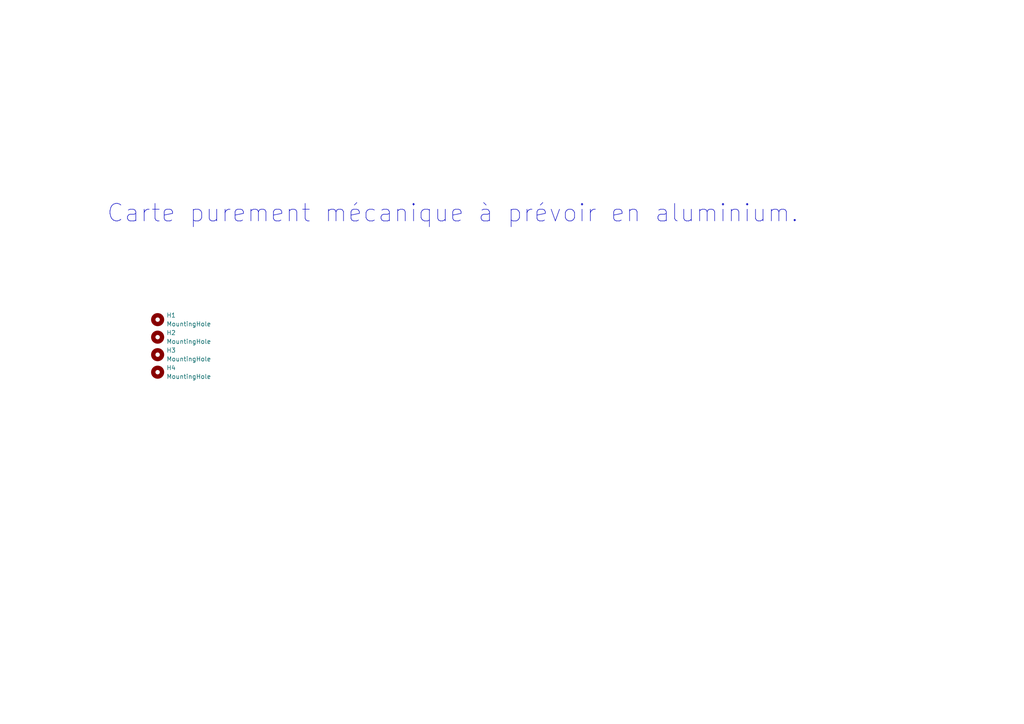
<source format=kicad_sch>
(kicad_sch (version 20250114) (generator "eeschema") (generator_version "9.0")
  (paper "A4")
  (title_block (title "Basine") (date "2024-12-14") (rev "0"))
  (lib_symbols
    (symbol "Mechanical:MountingHole" (pin_names (offset 1.016)) (in_bom no)
      (property "Reference" "H" (at 0 5.08 0))
      (property "Value" "MountingHole" (at 0 3.175 0))
      (symbol "MountingHole_0_1"
        (circle (center 0 0) (radius 1.27) (stroke (width 1.27)))
      )
    )
  )
  (text "Carte purement mécanique à prévoir en aluminium." (at 131.318 61.976 0) (effects (font (size 5.08 5.08))))
  (symbol (lib_id "Mechanical:MountingHole") (at 45.72 107.95 0) (unit 1) (in_bom no)
    (property "Reference" "H4" (at 48.26 106.6799 0) (effects (justify left)))
    (property "Value" "MountingHole" (at 48.26 109.2199 0) (effects (justify left)))
    (property "Footprint" "MountingHole:MountingHole_3.2mm_M3" (effects (hide yes)))
    (property "Description" "Mounting Hole without connection" (effects (hide yes)))
  )
  (symbol (lib_id "Mechanical:MountingHole") (at 45.72 92.71 0) (unit 1) (in_bom no)
    (property "Reference" "H1" (at 48.26 91.4399 0) (effects (justify left)))
    (property "Value" "MountingHole" (at 48.26 93.9799 0) (effects (justify left)))
    (property "Footprint" "MountingHole:MountingHole_3.2mm_M3" (effects (hide yes)))
    (property "Description" "Mounting Hole without connection" (effects (hide yes)))
  )
  (symbol (lib_id "Mechanical:MountingHole") (at 45.72 102.87 0) (unit 1) (in_bom no)
    (property "Reference" "H3" (at 48.26 101.5999 0) (effects (justify left)))
    (property "Value" "MountingHole" (at 48.26 104.1399 0) (effects (justify left)))
    (property "Footprint" "MountingHole:MountingHole_3.2mm_M3" (effects (hide yes)))
    (property "Description" "Mounting Hole without connection" (effects (hide yes)))
  )
  (symbol (lib_id "Mechanical:MountingHole") (at 45.72 97.79 0) (unit 1) (in_bom no)
    (property "Reference" "H2" (at 48.26 96.5199 0) (effects (justify left)))
    (property "Value" "MountingHole" (at 48.26 99.0599 0) (effects (justify left)))
    (property "Footprint" "MountingHole:MountingHole_3.2mm_M3" (effects (hide yes)))
    (property "Description" "Mounting Hole without connection" (effects (hide yes)))
  )
)
</source>
